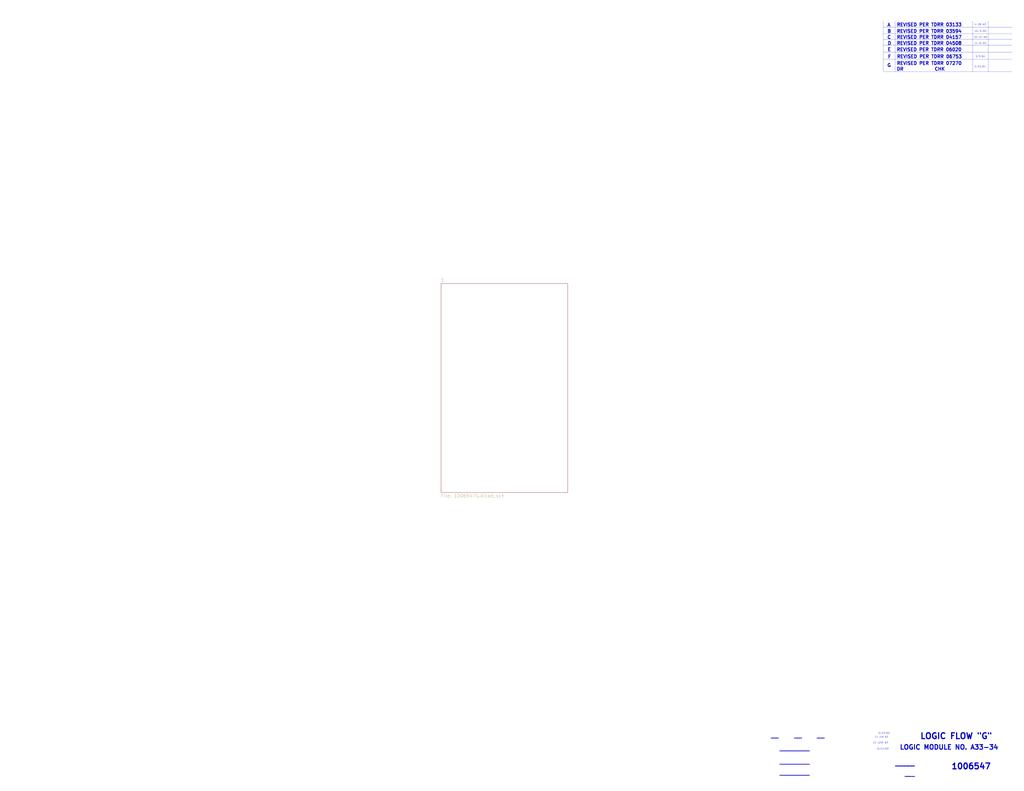
<source format=kicad_sch>
(kicad_sch (version 20211123) (generator eeschema)
  (paper "E")
  (lib_symbols)
  (polyline (pts (xy 964.2602 29.591) (xy 1104.8492 29.591)) (stroke (width 0) (type solid)))
  (polyline (pts (xy 964.1332 49.53) (xy 1104.4682 49.53)) (stroke (width 0) (type solid)))
  (polyline (pts (xy 964.3872 57.023) (xy 1104.7222 57.023)) (stroke (width 0) (type solid)))
  (polyline (pts (xy 988.695 848.36) (xy 989.965 846.455)))
  (polyline (pts (xy 964.1332 23.114) (xy 964.1332 78.359)) (stroke (width 0) (type solid)))
  (polyline (pts (xy 964.2602 36.703) (xy 1104.5952 36.703)) (stroke (width 0) (type solid)))
  (polyline (pts (xy 964.2602 64.643) (xy 1104.5952 64.643)) (stroke (width 0) (type solid)))
  (polyline (pts (xy 1078.4332 23.114) (xy 1078.4332 78.359)) (stroke (width 0) (type solid)))
  (polyline (pts (xy 1061.5422 23.114) (xy 1061.5422 78.359)) (stroke (width 0) (type solid)))
  (polyline (pts (xy 991.235 848.36) (xy 992.505 846.455)))
  (polyline (pts (xy 964.1332 78.486) (xy 1104.4682 78.486)) (stroke (width 0) (type solid)))
  (polyline (pts (xy 976.8332 23.114) (xy 976.8332 78.359)) (stroke (width 0) (type solid)))
  (polyline (pts (xy 1104.8492 43.053) (xy 964.2602 43.053)) (stroke (width 0) (type solid)))
  (text "___" (at 891.2098 806.4246 0) (effects (font (size 3.556 3.556) (thickness 0.7112) bold) (justify left bottom)))
  (text "B" (at 968.1972 36.322 0) (effects (font (size 3.556 3.556) (thickness 0.7112) bold) (justify left bottom)))
  (text "______" (at 976.63 836.93 0) (effects (font (size 4.572 4.572) (thickness 0.9144) bold) (justify left bottom)))
  (text "5/23/63" (at 958.596 801.751 0) (effects (font (size 1.778 1.778)) (justify left bottom)))
  (text "C" (at 968.1972 42.799 0) (effects (font (size 3.556 3.556) (thickness 0.7112) bold) (justify left bottom)))
  (text "___" (at 841.0448 806.4246 0) (effects (font (size 3.556 3.556) (thickness 0.7112) bold) (justify left bottom)))
  (text "CHK" (at 1019.81 77.597 0) (effects (font (size 3.556 3.556) (thickness 0.7112) bold) (justify left bottom)))
  (text "4-18-63" (at 1063.371 27.813 0) (effects (font (size 1.778 1.778)) (justify left bottom)))
  (text "___" (at 866.4448 806.4246 0) (effects (font (size 3.556 3.556) (thickness 0.7112) bold) (justify left bottom)))
  (text "D" (at 968.502 49.53 0) (effects (font (size 3.556 3.556) (thickness 0.7112) bold) (justify left bottom)))
  (text "____" (at 987.0948 848.3346 0) (effects (font (size 3.556 3.556) (thickness 0.7112) bold) (justify left bottom)))
  (text "REVISED PER TDRR 04157" (at 978.4842 42.799 0) (effects (font (size 3.556 3.556) (thickness 0.7112) bold) (justify left bottom)))
  (text "3/3/64" (at 1064.514 62.738 0) (effects (font (size 1.778 1.778)) (justify left bottom)))
  (text "REVISED PER TDRR 06020" (at 978.408 56.388 0) (effects (font (size 3.556 3.556) (thickness 0.7112) bold) (justify left bottom)))
  (text "REVISED PER TDRR 03133" (at 978.4842 29.21 0) (effects (font (size 3.556 3.556) (thickness 0.7112) bold) (justify left bottom)))
  (text "DR" (at 978.408 77.597 0) (effects (font (size 3.556 3.556) (thickness 0.7112) bold) (justify left bottom)))
  (text "10-21-63" (at 1062.736 41.656 0) (effects (font (size 1.778 1.778)) (justify left bottom)))
  (text "____________" (at 850.5698 834.9996 0) (effects (font (size 3.556 3.556) (thickness 0.7112) bold) (justify left bottom)))
  (text "3/23/64" (at 1063.498 73.914 0) (effects (font (size 1.778 1.778)) (justify left bottom)))
  (text "____________" (at 850.5698 820.3946 0) (effects (font (size 3.556 3.556) (thickness 0.7112) bold) (justify left bottom)))
  (text "REVISED PER TDRR 06753" (at 978.662 64.008 0) (effects (font (size 3.556 3.556) (thickness 0.7112) bold) (justify left bottom)))
  (text "A" (at 968.1972 29.464 0) (effects (font (size 3.556 3.556) (thickness 0.7112) bold) (justify left bottom)))
  (text "E" (at 968.502 56.261 0) (effects (font (size 3.556 3.556) (thickness 0.7112) bold) (justify left bottom)))
  (text "G" (at 968.121 73.533 0) (effects (font (size 3.556 3.556) (thickness 0.7112) bold) (justify left bottom)))
  (text "LOGIC FLOW \"G\"" (at 1003.935 807.72 0) (effects (font (size 6.35 6.35) (thickness 1.27) bold) (justify left bottom)))
  (text "F" (at 968.756 64.135 0) (effects (font (size 3.556 3.556) (thickness 0.7112) bold) (justify left bottom)))
  (text "1006547" (at 1037.8948 840.7146 0) (effects (font (size 6.35 6.35) (thickness 1.27) bold) (justify left bottom)))
  (text "11 JUN 63" (at 954.659 805.942 0) (effects (font (size 1.778 1.778)) (justify left bottom)))
  (text "REVISED PER TDRR 04508" (at 978.4842 49.403 0) (effects (font (size 3.556 3.556) (thickness 0.7112) bold) (justify left bottom)))
  (text "11-6-63" (at 1063.371 48.387 0) (effects (font (size 1.778 1.778)) (justify left bottom)))
  (text "REVISED PER TDRR 07270" (at 978.535 71.374 0) (effects (font (size 3.556 3.556) (thickness 0.7112) bold) (justify left bottom)))
  (text "____________" (at 850.5698 847.0646 0) (effects (font (size 3.556 3.556) (thickness 0.7112) bold) (justify left bottom)))
  (text "REVISED PER TDRR 03594" (at 978.4842 36.322 0) (effects (font (size 3.556 3.556) (thickness 0.7112) bold) (justify left bottom)))
  (text "12 JUNE 63" (at 952.754 812.165 0) (effects (font (size 1.778 1.778)) (justify left bottom)))
  (text "10-3-63" (at 1063.498 35.052 0) (effects (font (size 1.778 1.778)) (justify left bottom)))
  (text "LOGIC MODULE NO. A33-34" (at 981.71 819.15 0) (effects (font (size 5.08 5.08) (thickness 1.016) bold) (justify left bottom)))
  (text "6/12/63" (at 957.453 818.896 0) (effects (font (size 1.778 1.778)) (justify left bottom)))
  (sheet (at 481.33 309.88) (size 138.43 227.965)
    (property "Sheet name" "1" (at 481.33 308.0254 0) (effects (font (size 3.556 3.556)) (justify left bottom)))
    (property "Sheet file" "1006547G.kicad_sch" (at 481.33 539.344 0) (effects (font (size 3.556 3.556)) (justify left top)))
  )
)
</source>
